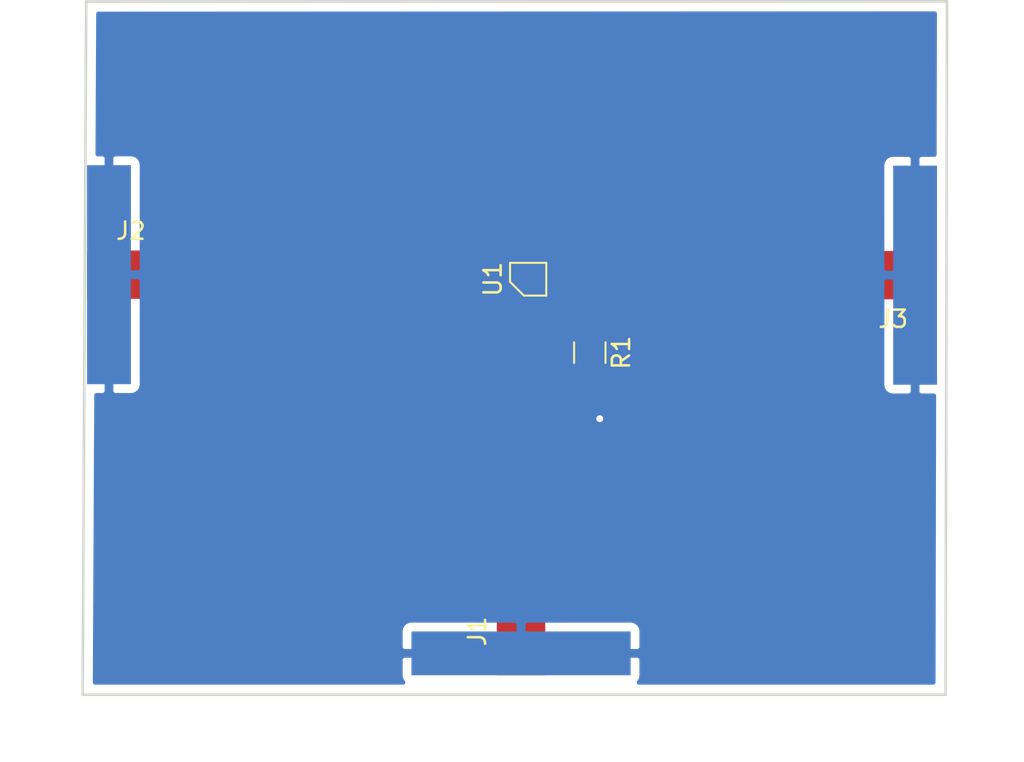
<source format=kicad_pcb>
(kicad_pcb (version 20171130) (host pcbnew "(5.1.10)-1")

  (general
    (thickness 1.6)
    (drawings 5)
    (tracks 23)
    (zones 0)
    (modules 5)
    (nets 6)
  )

  (page A4)
  (layers
    (0 F.Cu signal)
    (31 B.Cu signal hide)
    (32 B.Adhes user)
    (33 F.Adhes user)
    (34 B.Paste user)
    (35 F.Paste user)
    (36 B.SilkS user)
    (37 F.SilkS user)
    (38 B.Mask user)
    (39 F.Mask user)
    (40 Dwgs.User user)
    (41 Cmts.User user)
    (42 Eco1.User user)
    (43 Eco2.User user)
    (44 Edge.Cuts user)
    (45 Margin user)
    (46 B.CrtYd user)
    (47 F.CrtYd user)
    (48 B.Fab user)
    (49 F.Fab user)
  )

  (setup
    (last_trace_width 0.25)
    (user_trace_width 0.35)
    (user_trace_width 0.6)
    (user_trace_width 2.804)
    (trace_clearance 0.2)
    (zone_clearance 0.2)
    (zone_45_only no)
    (trace_min 0.2)
    (via_size 0.8)
    (via_drill 0.4)
    (via_min_size 0.4)
    (via_min_drill 0.3)
    (uvia_size 0.3)
    (uvia_drill 0.1)
    (uvias_allowed no)
    (uvia_min_size 0.2)
    (uvia_min_drill 0.1)
    (edge_width 0.15)
    (segment_width 0.2)
    (pcb_text_width 0.3)
    (pcb_text_size 1.5 1.5)
    (mod_edge_width 0.15)
    (mod_text_size 1 1)
    (mod_text_width 0.15)
    (pad_size 1.524 1.524)
    (pad_drill 0.762)
    (pad_to_mask_clearance 0.2)
    (aux_axis_origin 0 0)
    (visible_elements 7FFFFFFF)
    (pcbplotparams
      (layerselection 0x01000_7fffffff)
      (usegerberextensions false)
      (usegerberattributes false)
      (usegerberadvancedattributes false)
      (creategerberjobfile false)
      (excludeedgelayer true)
      (linewidth 0.200000)
      (plotframeref false)
      (viasonmask false)
      (mode 1)
      (useauxorigin false)
      (hpglpennumber 1)
      (hpglpenspeed 20)
      (hpglpendiameter 15.000000)
      (psnegative false)
      (psa4output false)
      (plotreference true)
      (plotvalue true)
      (plotinvisibletext false)
      (padsonsilk false)
      (subtractmaskfromsilk false)
      (outputformat 1)
      (mirror false)
      (drillshape 0)
      (scaleselection 1)
      (outputdirectory "../saida/"))
  )

  (net 0 "")
  (net 1 GND)
  (net 2 /IN)
  (net 3 /OUT)
  (net 4 /CPL)
  (net 5 "Net-(R1-Pad1)")

  (net_class Default "This is the default net class."
    (clearance 0.2)
    (trace_width 0.25)
    (via_dia 0.8)
    (via_drill 0.4)
    (uvia_dia 0.3)
    (uvia_drill 0.1)
    (add_net /CPL)
    (add_net /IN)
    (add_net /OUT)
    (add_net GND)
    (add_net "Net-(R1-Pad1)")
  )

  (net_class Micro50 ""
    (clearance 0.2)
    (trace_width 2.8039)
    (via_dia 0.8)
    (via_drill 0.4)
    (uvia_dia 0.3)
    (uvia_drill 0.1)
  )

  (module fp:SMA_Amphenol_901-9215_EdgeMount (layer F.Cu) (tedit 5D950BCD) (tstamp 60017808)
    (at 162.89274 132.8039 270)
    (descr http://www.amphenolrf.com/132289.html)
    (tags SMA)
    (path /5D945911)
    (attr smd)
    (fp_text reference J1 (at 2.54 2.54 90) (layer F.SilkS)
      (effects (font (size 1 1) (thickness 0.15)))
    )
    (fp_text value Conn_Coaxial (at 5 7.62 270) (layer F.Fab)
      (effects (font (size 1 1) (thickness 0.15)))
    )
    (fp_line (start 5.08 -6.35) (end -2.54 -6.35) (layer F.CrtYd) (width 0.05))
    (fp_line (start 5.08 -6.35) (end 5.08 6.35) (layer F.CrtYd) (width 0.05))
    (fp_line (start 5.08 6.35) (end -2.54 6.35) (layer F.CrtYd) (width 0.05))
    (fp_line (start -2.54 6.35) (end -2.54 -6.35) (layer F.CrtYd) (width 0.05))
    (fp_line (start 5.08 -6.35) (end -2.54 -6.35) (layer B.CrtYd) (width 0.05))
    (fp_line (start 5.08 -6.35) (end 5.08 6.35) (layer B.CrtYd) (width 0.05))
    (fp_line (start 5.08 6.35) (end -2.54 6.35) (layer B.CrtYd) (width 0.05))
    (fp_line (start -2.54 6.35) (end -2.54 -6.35) (layer B.CrtYd) (width 0.05))
    (fp_text user %R (at 1.27 -3.81 180) (layer F.Fab)
      (effects (font (size 1 1) (thickness 0.15)))
    )
    (pad 2 smd rect (at 3.81 0 90) (size 2.54 12.7) (layers B.Cu B.Paste B.Mask)
      (net 1 GND))
    (pad 1 smd rect (at 1.27 0) (size 2.8039 7.62) (layers F.Cu F.Paste F.Mask)
      (net 4 /CPL))
    (model ${KISYS3DMOD}/Connector_Coaxial.3dshapes/SMA_Amphenol_132289_EdgeMount.wrl
      (at (xyz 0 0 0))
      (scale (xyz 1 1 1))
      (rotate (xyz 0 0 0))
    )
    (model C:/Users/USER/Desktop/901-9215-REV-1.igs
      (offset (xyz 14.73199977874756 0 0.6349999904632568))
      (scale (xyz 1 1 1))
      (rotate (xyz 0 180 0))
    )
  )

  (module fp:SMA_Amphenol_901-9215_EdgeMount (layer F.Cu) (tedit 5D950BB1) (tstamp 5D941E50)
    (at 181.9148 114.68608)
    (descr http://www.amphenolrf.com/132289.html)
    (tags SMA)
    (path /5C49BA5D)
    (attr smd)
    (fp_text reference J3 (at 2.54 2.54) (layer F.SilkS)
      (effects (font (size 1 1) (thickness 0.15)))
    )
    (fp_text value Conn_Coaxial (at 5 7.62 180) (layer F.Fab)
      (effects (font (size 1 1) (thickness 0.15)))
    )
    (fp_line (start -2.54 6.35) (end -2.54 -6.35) (layer B.CrtYd) (width 0.05))
    (fp_line (start 5.08 6.35) (end -2.54 6.35) (layer B.CrtYd) (width 0.05))
    (fp_line (start 5.08 -6.35) (end 5.08 6.35) (layer B.CrtYd) (width 0.05))
    (fp_line (start 5.08 -6.35) (end -2.54 -6.35) (layer B.CrtYd) (width 0.05))
    (fp_line (start -2.54 6.35) (end -2.54 -6.35) (layer F.CrtYd) (width 0.05))
    (fp_line (start 5.08 6.35) (end -2.54 6.35) (layer F.CrtYd) (width 0.05))
    (fp_line (start 5.08 -6.35) (end 5.08 6.35) (layer F.CrtYd) (width 0.05))
    (fp_line (start 5.08 -6.35) (end -2.54 -6.35) (layer F.CrtYd) (width 0.05))
    (fp_text user %R (at 1.27 -3.81 270) (layer F.Fab)
      (effects (font (size 1 1) (thickness 0.15)))
    )
    (pad 1 smd rect (at 1.27 0 90) (size 2.8039 7.62) (layers F.Cu F.Paste F.Mask)
      (net 3 /OUT))
    (pad 2 smd rect (at 3.81 0 180) (size 2.54 12.7) (layers B.Cu B.Paste B.Mask)
      (net 1 GND))
    (model ${KISYS3DMOD}/Connector_Coaxial.3dshapes/SMA_Amphenol_132289_EdgeMount.wrl
      (at (xyz 0 0 0))
      (scale (xyz 1 1 1))
      (rotate (xyz 0 0 0))
    )
    (model C:/Users/USER/Desktop/901-9215-REV-1.igs
      (offset (xyz 14.73199977874756 0 0.6349999904632568))
      (scale (xyz 1 1 1))
      (rotate (xyz 0 180 0))
    )
  )

  (module fp:SMA_Amphenol_901-9215_EdgeMount (layer F.Cu) (tedit 5D950B60) (tstamp 5D941E42)
    (at 142.82674 114.65814 180)
    (descr http://www.amphenolrf.com/132289.html)
    (tags SMA)
    (path /5D8B185D)
    (attr smd)
    (fp_text reference J2 (at 2.54 2.54) (layer F.SilkS)
      (effects (font (size 1 1) (thickness 0.15)))
    )
    (fp_text value Conn_Coaxial (at 5 7.62 180) (layer F.Fab)
      (effects (font (size 1 1) (thickness 0.15)))
    )
    (fp_line (start 5.08 -6.35) (end -2.54 -6.35) (layer F.CrtYd) (width 0.05))
    (fp_line (start 5.08 -6.35) (end 5.08 6.35) (layer F.CrtYd) (width 0.05))
    (fp_line (start 5.08 6.35) (end -2.54 6.35) (layer F.CrtYd) (width 0.05))
    (fp_line (start -2.54 6.35) (end -2.54 -6.35) (layer F.CrtYd) (width 0.05))
    (fp_line (start 5.08 -6.35) (end -2.54 -6.35) (layer B.CrtYd) (width 0.05))
    (fp_line (start 5.08 -6.35) (end 5.08 6.35) (layer B.CrtYd) (width 0.05))
    (fp_line (start 5.08 6.35) (end -2.54 6.35) (layer B.CrtYd) (width 0.05))
    (fp_line (start -2.54 6.35) (end -2.54 -6.35) (layer B.CrtYd) (width 0.05))
    (fp_text user %R (at 1.27 -3.81 90) (layer F.Fab)
      (effects (font (size 1 1) (thickness 0.15)))
    )
    (pad 2 smd rect (at 3.81 0) (size 2.54 12.7) (layers B.Cu B.Paste B.Mask)
      (net 1 GND))
    (pad 1 smd rect (at 1.27 0 270) (size 2.8039 7.62) (layers F.Cu F.Paste F.Mask)
      (net 2 /IN))
    (model ${KISYS3DMOD}/Connector_Coaxial.3dshapes/SMA_Amphenol_132289_EdgeMount.wrl
      (at (xyz 0 0 0))
      (scale (xyz 1 1 1))
      (rotate (xyz 0 0 0))
    )
    (model C:/Users/USER/Desktop/901-9215-REV-1.igs
      (offset (xyz 14.73199977874756 0 0.6349999904632568))
      (scale (xyz 1 1 1))
      (rotate (xyz 0 180 0))
    )
  )

  (module Resistor_SMD:R_1206_3216Metric (layer F.Cu) (tedit 5B301BBD) (tstamp 5D9420CE)
    (at 166.878 119.1768 270)
    (descr "Resistor SMD 1206 (3216 Metric), square (rectangular) end terminal, IPC_7351 nominal, (Body size source: http://www.tortai-tech.com/upload/download/2011102023233369053.pdf), generated with kicad-footprint-generator")
    (tags resistor)
    (path /5D94194C)
    (attr smd)
    (fp_text reference R1 (at 0 -1.82 90) (layer F.SilkS)
      (effects (font (size 1 1) (thickness 0.15)))
    )
    (fp_text value 50R (at 0 1.82 90) (layer F.Fab)
      (effects (font (size 1 1) (thickness 0.15)))
    )
    (fp_line (start -1.6 0.8) (end -1.6 -0.8) (layer F.Fab) (width 0.1))
    (fp_line (start -1.6 -0.8) (end 1.6 -0.8) (layer F.Fab) (width 0.1))
    (fp_line (start 1.6 -0.8) (end 1.6 0.8) (layer F.Fab) (width 0.1))
    (fp_line (start 1.6 0.8) (end -1.6 0.8) (layer F.Fab) (width 0.1))
    (fp_line (start -0.602064 -0.91) (end 0.602064 -0.91) (layer F.SilkS) (width 0.12))
    (fp_line (start -0.602064 0.91) (end 0.602064 0.91) (layer F.SilkS) (width 0.12))
    (fp_line (start -2.28 1.12) (end -2.28 -1.12) (layer F.CrtYd) (width 0.05))
    (fp_line (start -2.28 -1.12) (end 2.28 -1.12) (layer F.CrtYd) (width 0.05))
    (fp_line (start 2.28 -1.12) (end 2.28 1.12) (layer F.CrtYd) (width 0.05))
    (fp_line (start 2.28 1.12) (end -2.28 1.12) (layer F.CrtYd) (width 0.05))
    (fp_text user %R (at 0 0 90) (layer F.Fab)
      (effects (font (size 0.8 0.8) (thickness 0.12)))
    )
    (pad 1 smd roundrect (at -1.4 0 270) (size 1.25 1.75) (layers F.Cu F.Paste F.Mask) (roundrect_rratio 0.2)
      (net 5 "Net-(R1-Pad1)"))
    (pad 2 smd roundrect (at 1.4 0 270) (size 1.25 1.75) (layers F.Cu F.Paste F.Mask) (roundrect_rratio 0.2)
      (net 1 GND))
    (model ${KISYS3DMOD}/Resistor_SMD.3dshapes/R_1206_3216Metric.wrl
      (at (xyz 0 0 0))
      (scale (xyz 1 1 1))
      (rotate (xyz 0 0 0))
    )
  )

  (module fp:CPL-0402 (layer F.Cu) (tedit 5D93CBA6) (tstamp 5D9420DF)
    (at 163.30474 114.91976)
    (path /5D94093A)
    (attr smd)
    (fp_text reference U1 (at -2.05 0 90) (layer F.SilkS)
      (effects (font (size 1 1) (thickness 0.15)))
    )
    (fp_text value HHM2917B1 (at 0 -1.65) (layer F.Fab)
      (effects (font (size 1 1) (thickness 0.15)))
    )
    (fp_line (start -0.25 0.95) (end -1.05 0.15) (layer F.SilkS) (width 0.12))
    (fp_line (start -1.05 0.15) (end -1.05 -0.95) (layer F.SilkS) (width 0.12))
    (fp_line (start -1.05 -0.95) (end 1.05 -0.95) (layer F.SilkS) (width 0.12))
    (fp_line (start 1.05 -0.95) (end 1.05 0.95) (layer F.SilkS) (width 0.12))
    (fp_line (start 1.05 0.95) (end -0.25 0.95) (layer F.SilkS) (width 0.12))
    (fp_line (start -0.8 -0.7) (end 0.8 -0.7) (layer F.CrtYd) (width 0.05))
    (fp_line (start 0.8 -0.7) (end 0.8 0.7) (layer F.CrtYd) (width 0.05))
    (fp_line (start 0.8 0.7) (end -0.8 0.7) (layer F.CrtYd) (width 0.05))
    (fp_line (start -0.8 0.7) (end -0.8 -0.7) (layer F.CrtYd) (width 0.05))
    (pad 4 smd rect (at -0.35 -0.275) (size 0.4 0.35) (layers F.Cu F.Paste F.Mask)
      (net 2 /IN))
    (pad 1 smd rect (at -0.35 0.275) (size 0.4 0.35) (layers F.Cu F.Paste F.Mask)
      (net 4 /CPL))
    (pad 3 smd rect (at 0.35 -0.275) (size 0.4 0.35) (layers F.Cu F.Paste F.Mask)
      (net 3 /OUT))
    (pad 2 smd rect (at 0.35 0.275) (size 0.4 0.35) (layers F.Cu F.Paste F.Mask)
      (net 5 "Net-(R1-Pad1)"))
  )

  (gr_text "PSI Poli-USP" (at 177.37074 136.25576) (layer F.Cu)
    (effects (font (size 1.5 1.5) (thickness 0.3)))
  )
  (gr_line (start 137.69594 98.82378) (end 137.49274 139.01176) (layer Edge.Cuts) (width 0.15))
  (gr_line (start 187.49274 139.01176) (end 137.49274 139.01176) (layer Edge.Cuts) (width 0.15))
  (gr_line (start 137.69594 98.82378) (end 187.57646 98.806) (layer Edge.Cuts) (width 0.15))
  (gr_line (start 187.49274 139.01176) (end 187.57646 98.806) (layer Edge.Cuts) (width 0.15))

  (via (at 167.45474 123.00976) (size 0.8) (drill 0.4) (layers F.Cu B.Cu) (net 1))
  (segment (start 167.46474 122.99976) (end 167.45474 123.00976) (width 0.6) (layer F.Cu) (net 1))
  (segment (start 167.46474 119.99976) (end 167.46474 122.99976) (width 0.6) (layer F.Cu) (net 1))
  (segment (start 141.77524 114.66576) (end 160.59912 114.66576) (width 2.8039) (layer F.Cu) (net 2) (tstamp 5E39EFE1))
  (segment (start 160.59912 114.66576) (end 162.22218 114.66576) (width 0.6) (layer F.Cu) (net 2))
  (segment (start 162.24318 114.64476) (end 162.22218 114.66576) (width 0.35) (layer F.Cu) (net 2))
  (segment (start 162.95474 114.64476) (end 162.24318 114.64476) (width 0.35) (layer F.Cu) (net 2))
  (segment (start 176.01464 114.68608) (end 166.01694 114.68608) (width 2.8039) (layer F.Cu) (net 3))
  (segment (start 165.97562 114.64476) (end 166.01694 114.68608) (width 0.25) (layer F.Cu) (net 3))
  (segment (start 176.01464 114.68608) (end 183.1848 114.68608) (width 2.804) (layer F.Cu) (net 3))
  (segment (start 165.850619 114.519759) (end 163.65474 114.519759) (width 0.6) (layer F.Cu) (net 3))
  (segment (start 165.97562 114.64476) (end 165.850619 114.519759) (width 0.6) (layer F.Cu) (net 3))
  (segment (start 162.91306 132.57784) (end 162.91306 117.02034) (width 2.8039) (layer F.Cu) (net 4))
  (segment (start 162.38474 116.18976) (end 162.38474 118.41226) (width 0.25) (layer F.Cu) (net 4))
  (segment (start 162.95474 116.97866) (end 162.91306 117.02034) (width 0.35) (layer F.Cu) (net 4))
  (segment (start 162.95474 116.97866) (end 162.95474 115.59136) (width 0.6) (layer F.Cu) (net 4))
  (segment (start 162.95474 115.59136) (end 162.95474 115.31977) (width 0.6) (layer F.Cu) (net 4))
  (segment (start 163.65474 115.19476) (end 163.8383 115.19476) (width 0.35) (layer F.Cu) (net 5))
  (segment (start 163.8383 115.19476) (end 164.1221 115.47856) (width 0.35) (layer F.Cu) (net 5))
  (segment (start 165.83568 117.19976) (end 167.46474 117.19976) (width 0.6) (layer F.Cu) (net 5))
  (segment (start 165.782257 117.19976) (end 165.83568 117.19976) (width 0.6) (layer F.Cu) (net 5))
  (segment (start 164.1221 115.539603) (end 165.782257 117.19976) (width 0.6) (layer F.Cu) (net 5))
  (segment (start 164.1221 115.47856) (end 164.1221 115.539603) (width 0.6) (layer F.Cu) (net 5))

  (zone (net 1) (net_name GND) (layer B.Cu) (tstamp 61F59ABE) (hatch edge 0.508)
    (connect_pads (clearance 0.508))
    (min_thickness 0.254)
    (fill yes (arc_segments 32) (thermal_gap 0.508) (thermal_bridge_width 0.508))
    (polygon
      (pts
        (xy 137.62228 99.05238) (xy 187.45708 99.05238) (xy 187.40374 138.92276) (xy 137.56894 138.92276) (xy 137.58926 98.94062)
      )
    )
    (filled_polygon
      (pts
        (xy 186.847942 107.698466) (xy 186.01055 107.70108) (xy 185.8518 107.85983) (xy 185.8518 114.55908) (xy 185.8718 114.55908)
        (xy 185.8718 114.81308) (xy 185.8518 114.81308) (xy 185.8518 121.51233) (xy 186.01055 121.67108) (xy 186.818842 121.673603)
        (xy 186.784217 138.30176) (xy 169.721274 138.30176) (xy 169.773277 138.238394) (xy 169.832242 138.12808) (xy 169.868552 138.008382)
        (xy 169.880812 137.8839) (xy 169.87774 136.89965) (xy 169.71899 136.7409) (xy 163.01974 136.7409) (xy 163.01974 136.7609)
        (xy 162.76574 136.7609) (xy 162.76574 136.7409) (xy 156.06649 136.7409) (xy 155.90774 136.89965) (xy 155.904668 137.8839)
        (xy 155.916928 138.008382) (xy 155.953238 138.12808) (xy 156.012203 138.238394) (xy 156.064206 138.30176) (xy 138.206338 138.30176)
        (xy 138.221293 135.3439) (xy 155.904668 135.3439) (xy 155.90774 136.32815) (xy 156.06649 136.4869) (xy 162.76574 136.4869)
        (xy 162.76574 134.86765) (xy 163.01974 134.86765) (xy 163.01974 136.4869) (xy 169.71899 136.4869) (xy 169.87774 136.32815)
        (xy 169.880812 135.3439) (xy 169.868552 135.219418) (xy 169.832242 135.09972) (xy 169.773277 134.989406) (xy 169.693925 134.892715)
        (xy 169.597234 134.813363) (xy 169.48692 134.754398) (xy 169.367222 134.718088) (xy 169.24274 134.705828) (xy 163.17849 134.7089)
        (xy 163.01974 134.86765) (xy 162.76574 134.86765) (xy 162.60699 134.7089) (xy 156.54274 134.705828) (xy 156.418258 134.718088)
        (xy 156.29856 134.754398) (xy 156.188246 134.813363) (xy 156.091555 134.892715) (xy 156.012203 134.989406) (xy 155.953238 135.09972)
        (xy 155.916928 135.219418) (xy 155.904668 135.3439) (xy 138.221293 135.3439) (xy 138.290562 121.644515) (xy 138.73099 121.64314)
        (xy 138.88974 121.48439) (xy 138.88974 114.78514) (xy 139.14374 114.78514) (xy 139.14374 121.48439) (xy 139.30249 121.64314)
        (xy 140.28674 121.646212) (xy 140.411222 121.633952) (xy 140.53092 121.597642) (xy 140.641234 121.538677) (xy 140.737925 121.459325)
        (xy 140.817277 121.362634) (xy 140.876242 121.25232) (xy 140.912552 121.132622) (xy 140.92206 121.03608) (xy 183.816728 121.03608)
        (xy 183.828988 121.160562) (xy 183.865298 121.28026) (xy 183.924263 121.390574) (xy 184.003615 121.487265) (xy 184.100306 121.566617)
        (xy 184.21062 121.625582) (xy 184.330318 121.661892) (xy 184.4548 121.674152) (xy 185.43905 121.67108) (xy 185.5978 121.51233)
        (xy 185.5978 114.81308) (xy 183.97855 114.81308) (xy 183.8198 114.97183) (xy 183.816728 121.03608) (xy 140.92206 121.03608)
        (xy 140.924812 121.00814) (xy 140.92174 114.94389) (xy 140.76299 114.78514) (xy 139.14374 114.78514) (xy 138.88974 114.78514)
        (xy 138.86974 114.78514) (xy 138.86974 114.53114) (xy 138.88974 114.53114) (xy 138.88974 107.83189) (xy 139.14374 107.83189)
        (xy 139.14374 114.53114) (xy 140.76299 114.53114) (xy 140.92174 114.37239) (xy 140.924797 108.33608) (xy 183.816728 108.33608)
        (xy 183.8198 114.40033) (xy 183.97855 114.55908) (xy 185.5978 114.55908) (xy 185.5978 107.85983) (xy 185.43905 107.70108)
        (xy 184.4548 107.698008) (xy 184.330318 107.710268) (xy 184.21062 107.746578) (xy 184.100306 107.805543) (xy 184.003615 107.884895)
        (xy 183.924263 107.981586) (xy 183.865298 108.0919) (xy 183.828988 108.211598) (xy 183.816728 108.33608) (xy 140.924797 108.33608)
        (xy 140.924812 108.30814) (xy 140.912552 108.183658) (xy 140.876242 108.06396) (xy 140.817277 107.953646) (xy 140.737925 107.856955)
        (xy 140.641234 107.777603) (xy 140.53092 107.718638) (xy 140.411222 107.682328) (xy 140.28674 107.670068) (xy 139.30249 107.67314)
        (xy 139.14374 107.83189) (xy 138.88974 107.83189) (xy 138.73099 107.67314) (xy 138.36121 107.671986) (xy 138.40236 99.533528)
        (xy 186.86498 99.516253)
      )
    )
  )
)

</source>
